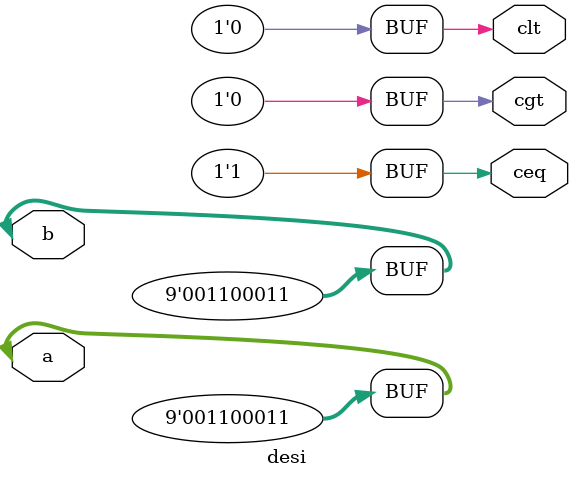
<source format=v>
module desi(
  input [8:0] a,b,
  output  ceq,clt,cgt
  //output carry
       );
    
     assign ceq = a==b;
     assign clt= a<b;
     assign cgt=a>b;;
    
    assign a=99;
    assign b=99;
    

   
    initial begin
    $monitor(" a=%b b=%b   %b %b %b  ",$realtime,a,b,ceq,clt,cgt);
    end
    
endmodule

</source>
